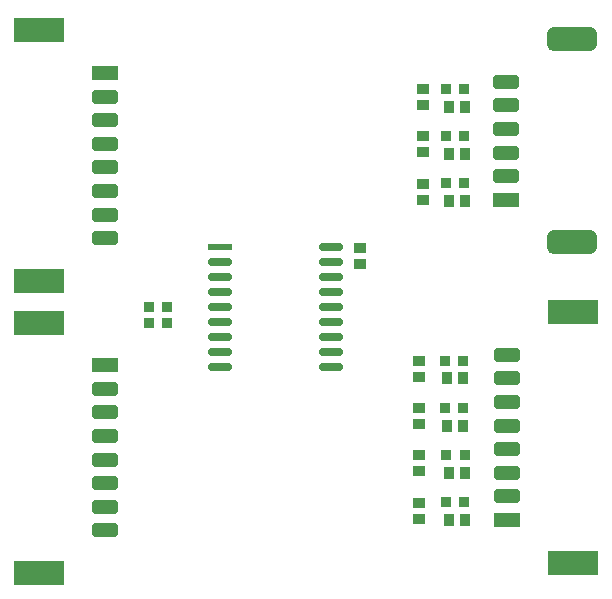
<source format=gtp>
G04*
G04 #@! TF.GenerationSoftware,Altium Limited,Altium Designer,18.1.6 (161)*
G04*
G04 Layer_Color=8421504*
%FSLAX25Y25*%
%MOIN*%
G70*
G01*
G75*
G04:AMPARAMS|DCode=14|XSize=23.62mil|YSize=78.74mil|CornerRadius=5.91mil|HoleSize=0mil|Usage=FLASHONLY|Rotation=270.000|XOffset=0mil|YOffset=0mil|HoleType=Round|Shape=RoundedRectangle|*
%AMROUNDEDRECTD14*
21,1,0.02362,0.06693,0,0,270.0*
21,1,0.01181,0.07874,0,0,270.0*
1,1,0.01181,-0.03347,-0.00591*
1,1,0.01181,-0.03347,0.00591*
1,1,0.01181,0.03347,0.00591*
1,1,0.01181,0.03347,-0.00591*
%
%ADD14ROUNDEDRECTD14*%
%ADD15R,0.07874X0.02362*%
%ADD16R,0.03937X0.03543*%
%ADD17R,0.16535X0.07874*%
%ADD18R,0.08661X0.04724*%
G04:AMPARAMS|DCode=19|XSize=47.24mil|YSize=86.61mil|CornerRadius=11.81mil|HoleSize=0mil|Usage=FLASHONLY|Rotation=90.000|XOffset=0mil|YOffset=0mil|HoleType=Round|Shape=RoundedRectangle|*
%AMROUNDEDRECTD19*
21,1,0.04724,0.06299,0,0,90.0*
21,1,0.02362,0.08661,0,0,90.0*
1,1,0.02362,0.03150,0.01181*
1,1,0.02362,0.03150,-0.01181*
1,1,0.02362,-0.03150,-0.01181*
1,1,0.02362,-0.03150,0.01181*
%
%ADD19ROUNDEDRECTD19*%
G04:AMPARAMS|DCode=20|XSize=78.74mil|YSize=165.35mil|CornerRadius=19.68mil|HoleSize=0mil|Usage=FLASHONLY|Rotation=90.000|XOffset=0mil|YOffset=0mil|HoleType=Round|Shape=RoundedRectangle|*
%AMROUNDEDRECTD20*
21,1,0.07874,0.12598,0,0,90.0*
21,1,0.03937,0.16535,0,0,90.0*
1,1,0.03937,0.06299,0.01968*
1,1,0.03937,0.06299,-0.01968*
1,1,0.03937,-0.06299,-0.01968*
1,1,0.03937,-0.06299,0.01968*
%
%ADD20ROUNDEDRECTD20*%
%ADD21R,0.03347X0.03347*%
%ADD22R,0.03543X0.03937*%
D14*
X126772Y99075D02*
D03*
X89764D02*
D03*
X126772Y104075D02*
D03*
Y109075D02*
D03*
Y114075D02*
D03*
Y119075D02*
D03*
Y124075D02*
D03*
Y129075D02*
D03*
Y134075D02*
D03*
Y139075D02*
D03*
X89764Y134075D02*
D03*
Y129075D02*
D03*
Y124075D02*
D03*
Y119075D02*
D03*
Y114075D02*
D03*
Y109075D02*
D03*
Y104075D02*
D03*
D15*
Y139075D02*
D03*
D16*
X136221Y133268D02*
D03*
Y138583D02*
D03*
X155905Y48524D02*
D03*
Y53839D02*
D03*
Y64272D02*
D03*
Y69587D02*
D03*
Y80020D02*
D03*
Y85335D02*
D03*
Y95571D02*
D03*
Y100886D02*
D03*
X157480Y186319D02*
D03*
Y191634D02*
D03*
Y170571D02*
D03*
Y175886D02*
D03*
Y154823D02*
D03*
Y160138D02*
D03*
D17*
X207402Y33858D02*
D03*
Y117323D02*
D03*
X29508Y30413D02*
D03*
Y113878D02*
D03*
X29508Y127756D02*
D03*
Y211221D02*
D03*
D18*
X185433Y48031D02*
D03*
X185118Y154724D02*
D03*
X51476Y99705D02*
D03*
X51476Y197047D02*
D03*
D19*
X185433Y55905D02*
D03*
Y63779D02*
D03*
Y71653D02*
D03*
Y79528D02*
D03*
Y87402D02*
D03*
Y95276D02*
D03*
Y103150D02*
D03*
X185118Y194095D02*
D03*
Y186221D02*
D03*
Y178347D02*
D03*
Y170473D02*
D03*
Y162598D02*
D03*
X51476Y44587D02*
D03*
Y52461D02*
D03*
Y60335D02*
D03*
Y68209D02*
D03*
Y76083D02*
D03*
Y83957D02*
D03*
Y91831D02*
D03*
X51476Y141929D02*
D03*
Y149803D02*
D03*
Y157677D02*
D03*
Y165551D02*
D03*
Y173425D02*
D03*
Y181299D02*
D03*
Y189173D02*
D03*
D20*
X207087Y208268D02*
D03*
Y140551D02*
D03*
D21*
X66043Y113878D02*
D03*
X72146D02*
D03*
Y118996D02*
D03*
X66043D02*
D03*
X171161Y53937D02*
D03*
X165059D02*
D03*
X171260Y69685D02*
D03*
X165157D02*
D03*
X170768Y85433D02*
D03*
X164665D02*
D03*
X170669Y101181D02*
D03*
X164567D02*
D03*
X171161Y191732D02*
D03*
X165059D02*
D03*
X171161Y175984D02*
D03*
X165059D02*
D03*
X171161Y160236D02*
D03*
X165059D02*
D03*
D22*
X166043Y48031D02*
D03*
X171358D02*
D03*
X166043Y63779D02*
D03*
X171358D02*
D03*
X165354Y79528D02*
D03*
X170669D02*
D03*
X165354Y95276D02*
D03*
X170669D02*
D03*
X166043Y185827D02*
D03*
X171358D02*
D03*
X166043Y170079D02*
D03*
X171358D02*
D03*
X166043Y154331D02*
D03*
X171358D02*
D03*
M02*

</source>
